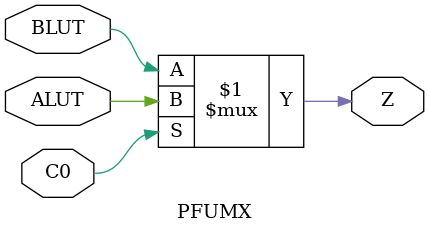
<source format=v>
`default_nettype none
module PFUMX (input ALUT, BLUT, C0, output Z);
	assign Z = C0 ? ALUT : BLUT;
endmodule

</source>
